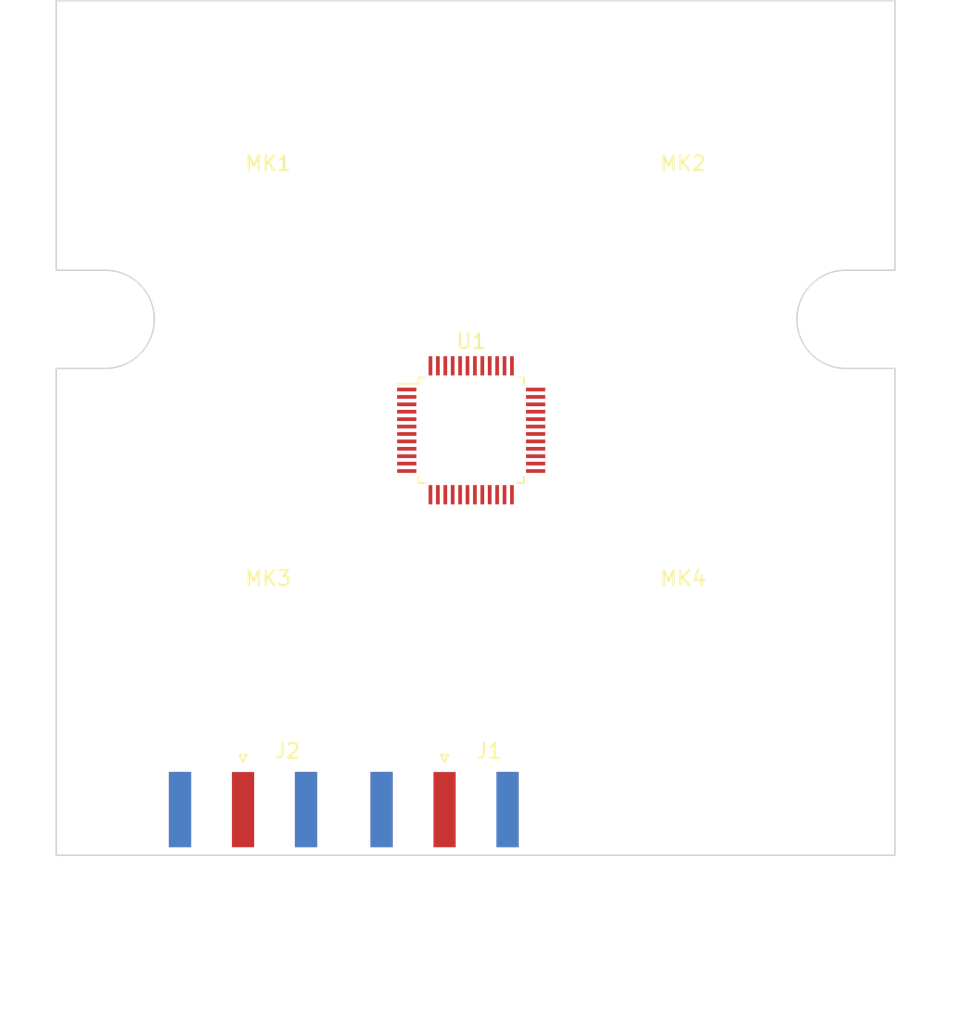
<source format=kicad_pcb>
(kicad_pcb (version 20171130) (host pcbnew "(5.0.1)-3")

  (general
    (thickness 1.6)
    (drawings 15)
    (tracks 0)
    (zones 0)
    (modules 7)
    (nets 56)
  )

  (page A)
  (title_block
    (title "Enter Title On Page Setting Dialog")
    (rev 1)
    (company "Ashton Johnson")
  )

  (layers
    (0 F.Cu signal)
    (31 B.Cu signal)
    (33 F.Adhes user)
    (35 F.Paste user)
    (37 F.SilkS user)
    (39 F.Mask user)
    (40 Dwgs.User user)
    (41 Cmts.User user)
    (42 Eco1.User user)
    (43 Eco2.User user)
    (44 Edge.Cuts user)
    (45 Margin user)
    (47 F.CrtYd user)
    (49 F.Fab user)
  )

  (setup
    (last_trace_width 0.381)
    (user_trace_width 0.1524)
    (user_trace_width 0.2032)
    (user_trace_width 0.254)
    (user_trace_width 0.381)
    (user_trace_width 0.508)
    (user_trace_width 0.635)
    (user_trace_width 0.889)
    (user_trace_width 1.27)
    (user_trace_width 2.974416)
    (trace_clearance 0.254)
    (zone_clearance 0.508)
    (zone_45_only yes)
    (trace_min 0.1524)
    (segment_width 0.2)
    (edge_width 0.1)
    (via_size 0.6858)
    (via_drill 0.3302)
    (via_min_size 0.6858)
    (via_min_drill 0.3302)
    (user_via 0.6858 0.3302)
    (uvia_size 254)
    (uvia_drill 127)
    (uvias_allowed no)
    (uvia_min_size 0)
    (uvia_min_drill 0)
    (pcb_text_width 0.3)
    (pcb_text_size 1.5 1.5)
    (mod_edge_width 0.15)
    (mod_text_size 1 1)
    (mod_text_width 0.15)
    (pad_size 3.2 3.2)
    (pad_drill 3.2)
    (pad_to_mask_clearance 0.0762)
    (solder_mask_min_width 0.25)
    (aux_axis_origin 130 100)
    (grid_origin 130 100)
    (visible_elements 7FFFFFFF)
    (pcbplotparams
      (layerselection 0x010a8_80000001)
      (usegerberextensions true)
      (usegerberattributes true)
      (usegerberadvancedattributes false)
      (creategerberjobfile false)
      (excludeedgelayer true)
      (linewidth 0.100000)
      (plotframeref false)
      (viasonmask false)
      (mode 1)
      (useauxorigin false)
      (hpglpennumber 1)
      (hpglpenspeed 20)
      (hpglpendiameter 15.000000)
      (psnegative false)
      (psa4output false)
      (plotreference true)
      (plotvalue true)
      (plotinvisibletext false)
      (padsonsilk false)
      (subtractmaskfromsilk true)
      (outputformat 1)
      (mirror false)
      (drillshape 0)
      (scaleselection 1)
      (outputdirectory ""))
  )

  (net 0 "")
  (net 1 "Net-(MK1-Pad1)")
  (net 2 "Net-(MK2-Pad1)")
  (net 3 "Net-(MK3-Pad1)")
  (net 4 "Net-(MK4-Pad1)")
  (net 5 "Net-(U1-Pad1)")
  (net 6 "Net-(U1-Pad2)")
  (net 7 "Net-(U1-Pad3)")
  (net 8 "Net-(U1-Pad4)")
  (net 9 "Net-(U1-Pad5)")
  (net 10 "Net-(U1-Pad6)")
  (net 11 "Net-(U1-Pad7)")
  (net 12 "Net-(U1-Pad8)")
  (net 13 "Net-(U1-Pad9)")
  (net 14 "Net-(U1-Pad10)")
  (net 15 "Net-(U1-Pad11)")
  (net 16 "Net-(U1-Pad12)")
  (net 17 "Net-(U1-Pad13)")
  (net 18 "Net-(U1-Pad14)")
  (net 19 "Net-(U1-Pad15)")
  (net 20 "Net-(U1-Pad16)")
  (net 21 "Net-(U1-Pad17)")
  (net 22 "Net-(U1-Pad18)")
  (net 23 "Net-(U1-Pad19)")
  (net 24 "Net-(U1-Pad20)")
  (net 25 "Net-(U1-Pad21)")
  (net 26 "Net-(U1-Pad22)")
  (net 27 "Net-(U1-Pad23)")
  (net 28 "Net-(U1-Pad24)")
  (net 29 "Net-(U1-Pad25)")
  (net 30 "Net-(U1-Pad26)")
  (net 31 "Net-(U1-Pad27)")
  (net 32 "Net-(U1-Pad28)")
  (net 33 "Net-(U1-Pad29)")
  (net 34 "Net-(U1-Pad30)")
  (net 35 "Net-(U1-Pad31)")
  (net 36 "Net-(U1-Pad32)")
  (net 37 "Net-(U1-Pad33)")
  (net 38 "Net-(U1-Pad34)")
  (net 39 "Net-(U1-Pad35)")
  (net 40 "Net-(U1-Pad36)")
  (net 41 "Net-(U1-Pad37)")
  (net 42 "Net-(U1-Pad38)")
  (net 43 "Net-(U1-Pad39)")
  (net 44 "Net-(U1-Pad40)")
  (net 45 "Net-(U1-Pad41)")
  (net 46 "Net-(U1-Pad42)")
  (net 47 "Net-(U1-Pad43)")
  (net 48 "Net-(U1-Pad44)")
  (net 49 "Net-(U1-Pad45)")
  (net 50 "Net-(U1-Pad46)")
  (net 51 "Net-(U1-Pad47)")
  (net 52 "Net-(U1-Pad48)")
  (net 53 GND)
  (net 54 "Net-(J1-Pad1)")
  (net 55 "Net-(J2-Pad1)")

  (net_class Default "This is the default net class."
    (clearance 0.254)
    (trace_width 0.381)
    (via_dia 0.6858)
    (via_drill 0.3302)
    (uvia_dia 254)
    (uvia_drill 127)
    (add_net GND)
    (add_net "Net-(J1-Pad1)")
    (add_net "Net-(J2-Pad1)")
    (add_net "Net-(MK1-Pad1)")
    (add_net "Net-(MK2-Pad1)")
    (add_net "Net-(MK3-Pad1)")
    (add_net "Net-(MK4-Pad1)")
    (add_net "Net-(U1-Pad1)")
    (add_net "Net-(U1-Pad10)")
    (add_net "Net-(U1-Pad11)")
    (add_net "Net-(U1-Pad12)")
    (add_net "Net-(U1-Pad13)")
    (add_net "Net-(U1-Pad14)")
    (add_net "Net-(U1-Pad15)")
    (add_net "Net-(U1-Pad16)")
    (add_net "Net-(U1-Pad17)")
    (add_net "Net-(U1-Pad18)")
    (add_net "Net-(U1-Pad19)")
    (add_net "Net-(U1-Pad2)")
    (add_net "Net-(U1-Pad20)")
    (add_net "Net-(U1-Pad21)")
    (add_net "Net-(U1-Pad22)")
    (add_net "Net-(U1-Pad23)")
    (add_net "Net-(U1-Pad24)")
    (add_net "Net-(U1-Pad25)")
    (add_net "Net-(U1-Pad26)")
    (add_net "Net-(U1-Pad27)")
    (add_net "Net-(U1-Pad28)")
    (add_net "Net-(U1-Pad29)")
    (add_net "Net-(U1-Pad3)")
    (add_net "Net-(U1-Pad30)")
    (add_net "Net-(U1-Pad31)")
    (add_net "Net-(U1-Pad32)")
    (add_net "Net-(U1-Pad33)")
    (add_net "Net-(U1-Pad34)")
    (add_net "Net-(U1-Pad35)")
    (add_net "Net-(U1-Pad36)")
    (add_net "Net-(U1-Pad37)")
    (add_net "Net-(U1-Pad38)")
    (add_net "Net-(U1-Pad39)")
    (add_net "Net-(U1-Pad4)")
    (add_net "Net-(U1-Pad40)")
    (add_net "Net-(U1-Pad41)")
    (add_net "Net-(U1-Pad42)")
    (add_net "Net-(U1-Pad43)")
    (add_net "Net-(U1-Pad44)")
    (add_net "Net-(U1-Pad45)")
    (add_net "Net-(U1-Pad46)")
    (add_net "Net-(U1-Pad47)")
    (add_net "Net-(U1-Pad48)")
    (add_net "Net-(U1-Pad5)")
    (add_net "Net-(U1-Pad6)")
    (add_net "Net-(U1-Pad7)")
    (add_net "Net-(U1-Pad8)")
    (add_net "Net-(U1-Pad9)")
  )

  (module Connector_Coaxial:SMA_Amphenol_132289_EdgeMount (layer F.Cu) (tedit 5A1C1810) (tstamp 5BE5107B)
    (at 86 136.4 270)
    (descr http://www.amphenolrf.com/132289.html)
    (tags SMA)
    (path /5BD88E43)
    (attr smd)
    (fp_text reference J2 (at -3.96 -3) (layer F.SilkS)
      (effects (font (size 1 1) (thickness 0.15)))
    )
    (fp_text value Conn_Coaxial (at 5 6 270) (layer F.Fab)
      (effects (font (size 1 1) (thickness 0.15)))
    )
    (fp_line (start -1.91 5.08) (end 4.445 5.08) (layer F.Fab) (width 0.1))
    (fp_line (start -1.91 3.81) (end -1.91 5.08) (layer F.Fab) (width 0.1))
    (fp_line (start 2.54 3.81) (end -1.91 3.81) (layer F.Fab) (width 0.1))
    (fp_line (start 2.54 -3.81) (end 2.54 3.81) (layer F.Fab) (width 0.1))
    (fp_line (start -1.91 -3.81) (end 2.54 -3.81) (layer F.Fab) (width 0.1))
    (fp_line (start -1.91 -5.08) (end -1.91 -3.81) (layer F.Fab) (width 0.1))
    (fp_line (start -1.91 -5.08) (end 4.445 -5.08) (layer F.Fab) (width 0.1))
    (fp_line (start 4.445 -3.81) (end 4.445 -5.08) (layer F.Fab) (width 0.1))
    (fp_line (start 4.445 5.08) (end 4.445 3.81) (layer F.Fab) (width 0.1))
    (fp_line (start 13.97 3.81) (end 4.445 3.81) (layer F.Fab) (width 0.1))
    (fp_line (start 13.97 -3.81) (end 13.97 3.81) (layer F.Fab) (width 0.1))
    (fp_line (start 4.445 -3.81) (end 13.97 -3.81) (layer F.Fab) (width 0.1))
    (fp_line (start -3.04 5.58) (end -3.04 -5.58) (layer B.CrtYd) (width 0.05))
    (fp_line (start 14.47 5.58) (end -3.04 5.58) (layer B.CrtYd) (width 0.05))
    (fp_line (start 14.47 -5.58) (end 14.47 5.58) (layer B.CrtYd) (width 0.05))
    (fp_line (start 14.47 -5.58) (end -3.04 -5.58) (layer B.CrtYd) (width 0.05))
    (fp_line (start -3.04 5.58) (end -3.04 -5.58) (layer F.CrtYd) (width 0.05))
    (fp_line (start 14.47 5.58) (end -3.04 5.58) (layer F.CrtYd) (width 0.05))
    (fp_line (start 14.47 -5.58) (end 14.47 5.58) (layer F.CrtYd) (width 0.05))
    (fp_line (start 14.47 -5.58) (end -3.04 -5.58) (layer F.CrtYd) (width 0.05))
    (fp_text user %R (at 4.79 0 180) (layer F.Fab)
      (effects (font (size 1 1) (thickness 0.15)))
    )
    (fp_line (start 2.54 -0.75) (end 3.54 0) (layer F.Fab) (width 0.1))
    (fp_line (start 3.54 0) (end 2.54 0.75) (layer F.Fab) (width 0.1))
    (fp_line (start -3.21 0) (end -3.71 -0.25) (layer F.SilkS) (width 0.12))
    (fp_line (start -3.71 -0.25) (end -3.71 0.25) (layer F.SilkS) (width 0.12))
    (fp_line (start -3.71 0.25) (end -3.21 0) (layer F.SilkS) (width 0.12))
    (pad 1 smd rect (at 0 0) (size 1.5 5.08) (layers F.Cu F.Paste F.Mask)
      (net 55 "Net-(J2-Pad1)"))
    (pad 2 smd rect (at 0 -4.25) (size 1.5 5.08) (layers F.Cu F.Paste F.Mask)
      (net 53 GND))
    (pad 2 smd rect (at 0 4.25) (size 1.5 5.08) (layers F.Cu F.Paste F.Mask)
      (net 53 GND))
    (pad 2 smd rect (at 0 -4.25) (size 1.5 5.08) (layers B.Cu B.Paste B.Mask)
      (net 53 GND))
    (pad 2 smd rect (at 0 4.25) (size 1.5 5.08) (layers B.Cu B.Paste B.Mask)
      (net 53 GND))
    (model ${KISYS3DMOD}/Connector_Coaxial.3dshapes/SMA_Amphenol_132289_EdgeMount.wrl
      (at (xyz 0 0 0))
      (scale (xyz 1 1 1))
      (rotate (xyz 0 0 0))
    )
  )

  (module Connector_Coaxial:SMA_Amphenol_132289_EdgeMount (layer F.Cu) (tedit 5A1C1810) (tstamp 5BE51058)
    (at 99.6 136.4 270)
    (descr http://www.amphenolrf.com/132289.html)
    (tags SMA)
    (path /5BD88CC9)
    (attr smd)
    (fp_text reference J1 (at -3.96 -3) (layer F.SilkS)
      (effects (font (size 1 1) (thickness 0.15)))
    )
    (fp_text value Conn_Coaxial (at 5 6 270) (layer F.Fab)
      (effects (font (size 1 1) (thickness 0.15)))
    )
    (fp_line (start -3.71 0.25) (end -3.21 0) (layer F.SilkS) (width 0.12))
    (fp_line (start -3.71 -0.25) (end -3.71 0.25) (layer F.SilkS) (width 0.12))
    (fp_line (start -3.21 0) (end -3.71 -0.25) (layer F.SilkS) (width 0.12))
    (fp_line (start 3.54 0) (end 2.54 0.75) (layer F.Fab) (width 0.1))
    (fp_line (start 2.54 -0.75) (end 3.54 0) (layer F.Fab) (width 0.1))
    (fp_text user %R (at 4.79 0 180) (layer F.Fab)
      (effects (font (size 1 1) (thickness 0.15)))
    )
    (fp_line (start 14.47 -5.58) (end -3.04 -5.58) (layer F.CrtYd) (width 0.05))
    (fp_line (start 14.47 -5.58) (end 14.47 5.58) (layer F.CrtYd) (width 0.05))
    (fp_line (start 14.47 5.58) (end -3.04 5.58) (layer F.CrtYd) (width 0.05))
    (fp_line (start -3.04 5.58) (end -3.04 -5.58) (layer F.CrtYd) (width 0.05))
    (fp_line (start 14.47 -5.58) (end -3.04 -5.58) (layer B.CrtYd) (width 0.05))
    (fp_line (start 14.47 -5.58) (end 14.47 5.58) (layer B.CrtYd) (width 0.05))
    (fp_line (start 14.47 5.58) (end -3.04 5.58) (layer B.CrtYd) (width 0.05))
    (fp_line (start -3.04 5.58) (end -3.04 -5.58) (layer B.CrtYd) (width 0.05))
    (fp_line (start 4.445 -3.81) (end 13.97 -3.81) (layer F.Fab) (width 0.1))
    (fp_line (start 13.97 -3.81) (end 13.97 3.81) (layer F.Fab) (width 0.1))
    (fp_line (start 13.97 3.81) (end 4.445 3.81) (layer F.Fab) (width 0.1))
    (fp_line (start 4.445 5.08) (end 4.445 3.81) (layer F.Fab) (width 0.1))
    (fp_line (start 4.445 -3.81) (end 4.445 -5.08) (layer F.Fab) (width 0.1))
    (fp_line (start -1.91 -5.08) (end 4.445 -5.08) (layer F.Fab) (width 0.1))
    (fp_line (start -1.91 -5.08) (end -1.91 -3.81) (layer F.Fab) (width 0.1))
    (fp_line (start -1.91 -3.81) (end 2.54 -3.81) (layer F.Fab) (width 0.1))
    (fp_line (start 2.54 -3.81) (end 2.54 3.81) (layer F.Fab) (width 0.1))
    (fp_line (start 2.54 3.81) (end -1.91 3.81) (layer F.Fab) (width 0.1))
    (fp_line (start -1.91 3.81) (end -1.91 5.08) (layer F.Fab) (width 0.1))
    (fp_line (start -1.91 5.08) (end 4.445 5.08) (layer F.Fab) (width 0.1))
    (pad 2 smd rect (at 0 4.25) (size 1.5 5.08) (layers B.Cu B.Paste B.Mask)
      (net 53 GND))
    (pad 2 smd rect (at 0 -4.25) (size 1.5 5.08) (layers B.Cu B.Paste B.Mask)
      (net 53 GND))
    (pad 2 smd rect (at 0 4.25) (size 1.5 5.08) (layers F.Cu F.Paste F.Mask)
      (net 53 GND))
    (pad 2 smd rect (at 0 -4.25) (size 1.5 5.08) (layers F.Cu F.Paste F.Mask)
      (net 53 GND))
    (pad 1 smd rect (at 0 0) (size 1.5 5.08) (layers F.Cu F.Paste F.Mask)
      (net 54 "Net-(J1-Pad1)"))
    (model ${KISYS3DMOD}/Connector_Coaxial.3dshapes/SMA_Amphenol_132289_EdgeMount.wrl
      (at (xyz 0 0 0))
      (scale (xyz 1 1 1))
      (rotate (xyz 0 0 0))
    )
  )

  (module Package_QFP:LQFP-48_7x7mm_P0.5mm (layer F.Cu) (tedit 5A5E2375) (tstamp 5BD88F5E)
    (at 101.4 110.8)
    (descr "48 LEAD LQFP 7x7mm (see MICREL LQFP7x7-48LD-PL-1.pdf)")
    (tags "QFP 0.5")
    (path /5BD88B52/5BD88BC4)
    (attr smd)
    (fp_text reference U1 (at 0 -6) (layer F.SilkS)
      (effects (font (size 1 1) (thickness 0.15)))
    )
    (fp_text value STM32F373C8Tx (at 0 6) (layer F.Fab)
      (effects (font (size 1 1) (thickness 0.15)))
    )
    (fp_line (start 3.13 3.75) (end 3.75 3.75) (layer F.CrtYd) (width 0.05))
    (fp_line (start 3.75 3.13) (end 3.75 3.75) (layer F.CrtYd) (width 0.05))
    (fp_line (start 3.13 5.25) (end 3.13 3.75) (layer F.CrtYd) (width 0.05))
    (fp_text user %R (at 0 0) (layer F.Fab)
      (effects (font (size 1 1) (thickness 0.15)))
    )
    (fp_line (start -2.5 -3.5) (end 3.5 -3.5) (layer F.Fab) (width 0.1))
    (fp_line (start 3.5 -3.5) (end 3.5 3.5) (layer F.Fab) (width 0.1))
    (fp_line (start 3.5 3.5) (end -3.5 3.5) (layer F.Fab) (width 0.1))
    (fp_line (start -3.5 3.5) (end -3.5 -2.5) (layer F.Fab) (width 0.1))
    (fp_line (start -3.5 -2.5) (end -2.5 -3.5) (layer F.Fab) (width 0.1))
    (fp_line (start -5.25 -3.13) (end -5.25 3.13) (layer F.CrtYd) (width 0.05))
    (fp_line (start 5.25 -3.13) (end 5.25 3.13) (layer F.CrtYd) (width 0.05))
    (fp_line (start -3.13 -5.25) (end 3.13 -5.25) (layer F.CrtYd) (width 0.05))
    (fp_line (start -3.13 5.25) (end 3.13 5.25) (layer F.CrtYd) (width 0.05))
    (fp_line (start 3.56 -3.56) (end 3.56 -3.14) (layer F.SilkS) (width 0.12))
    (fp_line (start 3.56 3.56) (end 3.56 3.14) (layer F.SilkS) (width 0.12))
    (fp_line (start -3.56 3.56) (end -3.56 3.14) (layer F.SilkS) (width 0.12))
    (fp_line (start -3.56 -3.56) (end -3.14 -3.56) (layer F.SilkS) (width 0.12))
    (fp_line (start 3.56 3.56) (end 3.14 3.56) (layer F.SilkS) (width 0.12))
    (fp_line (start 3.56 -3.56) (end 3.14 -3.56) (layer F.SilkS) (width 0.12))
    (fp_line (start -3.56 -3.14) (end -4.94 -3.14) (layer F.SilkS) (width 0.12))
    (fp_line (start -3.56 -3.56) (end -3.56 -3.14) (layer F.SilkS) (width 0.12))
    (fp_line (start -3.56 3.56) (end -3.14 3.56) (layer F.SilkS) (width 0.12))
    (fp_line (start 3.75 3.13) (end 5.25 3.13) (layer F.CrtYd) (width 0.05))
    (fp_line (start 3.75 -3.13) (end 5.25 -3.13) (layer F.CrtYd) (width 0.05))
    (fp_line (start 3.13 -3.75) (end 3.13 -5.25) (layer F.CrtYd) (width 0.05))
    (fp_line (start -3.13 -3.75) (end -3.13 -5.25) (layer F.CrtYd) (width 0.05))
    (fp_line (start -3.75 -3.13) (end -5.25 -3.13) (layer F.CrtYd) (width 0.05))
    (fp_line (start -3.75 3.13) (end -5.25 3.13) (layer F.CrtYd) (width 0.05))
    (fp_line (start -3.13 3.75) (end -3.13 5.25) (layer F.CrtYd) (width 0.05))
    (fp_line (start 3.13 -3.75) (end 3.75 -3.75) (layer F.CrtYd) (width 0.05))
    (fp_line (start 3.75 -3.13) (end 3.75 -3.75) (layer F.CrtYd) (width 0.05))
    (fp_line (start -3.75 3.13) (end -3.75 3.75) (layer F.CrtYd) (width 0.05))
    (fp_line (start -3.13 3.75) (end -3.75 3.75) (layer F.CrtYd) (width 0.05))
    (fp_line (start -3.75 -3.13) (end -3.75 -3.75) (layer F.CrtYd) (width 0.05))
    (fp_line (start -3.13 -3.75) (end -3.75 -3.75) (layer F.CrtYd) (width 0.05))
    (pad 1 smd rect (at -4.35 -2.75) (size 1.3 0.25) (layers F.Cu F.Paste F.Mask)
      (net 5 "Net-(U1-Pad1)"))
    (pad 2 smd rect (at -4.35 -2.25) (size 1.3 0.25) (layers F.Cu F.Paste F.Mask)
      (net 6 "Net-(U1-Pad2)"))
    (pad 3 smd rect (at -4.35 -1.75) (size 1.3 0.25) (layers F.Cu F.Paste F.Mask)
      (net 7 "Net-(U1-Pad3)"))
    (pad 4 smd rect (at -4.35 -1.25) (size 1.3 0.25) (layers F.Cu F.Paste F.Mask)
      (net 8 "Net-(U1-Pad4)"))
    (pad 5 smd rect (at -4.35 -0.75) (size 1.3 0.25) (layers F.Cu F.Paste F.Mask)
      (net 9 "Net-(U1-Pad5)"))
    (pad 6 smd rect (at -4.35 -0.25) (size 1.3 0.25) (layers F.Cu F.Paste F.Mask)
      (net 10 "Net-(U1-Pad6)"))
    (pad 7 smd rect (at -4.35 0.25) (size 1.3 0.25) (layers F.Cu F.Paste F.Mask)
      (net 11 "Net-(U1-Pad7)"))
    (pad 8 smd rect (at -4.35 0.75) (size 1.3 0.25) (layers F.Cu F.Paste F.Mask)
      (net 12 "Net-(U1-Pad8)"))
    (pad 9 smd rect (at -4.35 1.25) (size 1.3 0.25) (layers F.Cu F.Paste F.Mask)
      (net 13 "Net-(U1-Pad9)"))
    (pad 10 smd rect (at -4.35 1.75) (size 1.3 0.25) (layers F.Cu F.Paste F.Mask)
      (net 14 "Net-(U1-Pad10)"))
    (pad 11 smd rect (at -4.35 2.25) (size 1.3 0.25) (layers F.Cu F.Paste F.Mask)
      (net 15 "Net-(U1-Pad11)"))
    (pad 12 smd rect (at -4.35 2.75) (size 1.3 0.25) (layers F.Cu F.Paste F.Mask)
      (net 16 "Net-(U1-Pad12)"))
    (pad 13 smd rect (at -2.75 4.35 90) (size 1.3 0.25) (layers F.Cu F.Paste F.Mask)
      (net 17 "Net-(U1-Pad13)"))
    (pad 14 smd rect (at -2.25 4.35 90) (size 1.3 0.25) (layers F.Cu F.Paste F.Mask)
      (net 18 "Net-(U1-Pad14)"))
    (pad 15 smd rect (at -1.75 4.35 90) (size 1.3 0.25) (layers F.Cu F.Paste F.Mask)
      (net 19 "Net-(U1-Pad15)"))
    (pad 16 smd rect (at -1.25 4.35 90) (size 1.3 0.25) (layers F.Cu F.Paste F.Mask)
      (net 20 "Net-(U1-Pad16)"))
    (pad 17 smd rect (at -0.75 4.35 90) (size 1.3 0.25) (layers F.Cu F.Paste F.Mask)
      (net 21 "Net-(U1-Pad17)"))
    (pad 18 smd rect (at -0.25 4.35 90) (size 1.3 0.25) (layers F.Cu F.Paste F.Mask)
      (net 22 "Net-(U1-Pad18)"))
    (pad 19 smd rect (at 0.25 4.35 90) (size 1.3 0.25) (layers F.Cu F.Paste F.Mask)
      (net 23 "Net-(U1-Pad19)"))
    (pad 20 smd rect (at 0.75 4.35 90) (size 1.3 0.25) (layers F.Cu F.Paste F.Mask)
      (net 24 "Net-(U1-Pad20)"))
    (pad 21 smd rect (at 1.25 4.35 90) (size 1.3 0.25) (layers F.Cu F.Paste F.Mask)
      (net 25 "Net-(U1-Pad21)"))
    (pad 22 smd rect (at 1.75 4.35 90) (size 1.3 0.25) (layers F.Cu F.Paste F.Mask)
      (net 26 "Net-(U1-Pad22)"))
    (pad 23 smd rect (at 2.25 4.35 90) (size 1.3 0.25) (layers F.Cu F.Paste F.Mask)
      (net 27 "Net-(U1-Pad23)"))
    (pad 24 smd rect (at 2.75 4.35 90) (size 1.3 0.25) (layers F.Cu F.Paste F.Mask)
      (net 28 "Net-(U1-Pad24)"))
    (pad 25 smd rect (at 4.35 2.75) (size 1.3 0.25) (layers F.Cu F.Paste F.Mask)
      (net 29 "Net-(U1-Pad25)"))
    (pad 26 smd rect (at 4.35 2.25) (size 1.3 0.25) (layers F.Cu F.Paste F.Mask)
      (net 30 "Net-(U1-Pad26)"))
    (pad 27 smd rect (at 4.35 1.75) (size 1.3 0.25) (layers F.Cu F.Paste F.Mask)
      (net 31 "Net-(U1-Pad27)"))
    (pad 28 smd rect (at 4.35 1.25) (size 1.3 0.25) (layers F.Cu F.Paste F.Mask)
      (net 32 "Net-(U1-Pad28)"))
    (pad 29 smd rect (at 4.35 0.75) (size 1.3 0.25) (layers F.Cu F.Paste F.Mask)
      (net 33 "Net-(U1-Pad29)"))
    (pad 30 smd rect (at 4.35 0.25) (size 1.3 0.25) (layers F.Cu F.Paste F.Mask)
      (net 34 "Net-(U1-Pad30)"))
    (pad 31 smd rect (at 4.35 -0.25) (size 1.3 0.25) (layers F.Cu F.Paste F.Mask)
      (net 35 "Net-(U1-Pad31)"))
    (pad 32 smd rect (at 4.35 -0.75) (size 1.3 0.25) (layers F.Cu F.Paste F.Mask)
      (net 36 "Net-(U1-Pad32)"))
    (pad 33 smd rect (at 4.35 -1.25) (size 1.3 0.25) (layers F.Cu F.Paste F.Mask)
      (net 37 "Net-(U1-Pad33)"))
    (pad 34 smd rect (at 4.35 -1.75) (size 1.3 0.25) (layers F.Cu F.Paste F.Mask)
      (net 38 "Net-(U1-Pad34)"))
    (pad 35 smd rect (at 4.35 -2.25) (size 1.3 0.25) (layers F.Cu F.Paste F.Mask)
      (net 39 "Net-(U1-Pad35)"))
    (pad 36 smd rect (at 4.35 -2.75) (size 1.3 0.25) (layers F.Cu F.Paste F.Mask)
      (net 40 "Net-(U1-Pad36)"))
    (pad 37 smd rect (at 2.75 -4.35 90) (size 1.3 0.25) (layers F.Cu F.Paste F.Mask)
      (net 41 "Net-(U1-Pad37)"))
    (pad 38 smd rect (at 2.25 -4.35 90) (size 1.3 0.25) (layers F.Cu F.Paste F.Mask)
      (net 42 "Net-(U1-Pad38)"))
    (pad 39 smd rect (at 1.75 -4.35 90) (size 1.3 0.25) (layers F.Cu F.Paste F.Mask)
      (net 43 "Net-(U1-Pad39)"))
    (pad 40 smd rect (at 1.25 -4.35 90) (size 1.3 0.25) (layers F.Cu F.Paste F.Mask)
      (net 44 "Net-(U1-Pad40)"))
    (pad 41 smd rect (at 0.75 -4.35 90) (size 1.3 0.25) (layers F.Cu F.Paste F.Mask)
      (net 45 "Net-(U1-Pad41)"))
    (pad 42 smd rect (at 0.25 -4.35 90) (size 1.3 0.25) (layers F.Cu F.Paste F.Mask)
      (net 46 "Net-(U1-Pad42)"))
    (pad 43 smd rect (at -0.25 -4.35 90) (size 1.3 0.25) (layers F.Cu F.Paste F.Mask)
      (net 47 "Net-(U1-Pad43)"))
    (pad 44 smd rect (at -0.75 -4.35 90) (size 1.3 0.25) (layers F.Cu F.Paste F.Mask)
      (net 48 "Net-(U1-Pad44)"))
    (pad 45 smd rect (at -1.25 -4.35 90) (size 1.3 0.25) (layers F.Cu F.Paste F.Mask)
      (net 49 "Net-(U1-Pad45)"))
    (pad 46 smd rect (at -1.75 -4.35 90) (size 1.3 0.25) (layers F.Cu F.Paste F.Mask)
      (net 50 "Net-(U1-Pad46)"))
    (pad 47 smd rect (at -2.25 -4.35 90) (size 1.3 0.25) (layers F.Cu F.Paste F.Mask)
      (net 51 "Net-(U1-Pad47)"))
    (pad 48 smd rect (at -2.75 -4.35 90) (size 1.3 0.25) (layers F.Cu F.Paste F.Mask)
      (net 52 "Net-(U1-Pad48)"))
    (model ${KISYS3DMOD}/Package_QFP.3dshapes/LQFP-48_7x7mm_P0.5mm.wrl
      (at (xyz 0 0 0))
      (scale (xyz 1 1 1))
      (rotate (xyz 0 0 0))
    )
  )

  (module Mounting_Holes:MountingHole_3.2mm_M3_ISO7380 locked (layer F.Cu) (tedit 56D1B4CB) (tstamp 5A6CF857)
    (at 115.695 124.647)
    (descr "Mounting Hole 3.2mm, no annular, M3, ISO7380")
    (tags "mounting hole 3.2mm no annular m3 iso7380")
    (path /5867236D)
    (attr virtual)
    (fp_text reference MK4 (at 0 -3.85) (layer F.SilkS)
      (effects (font (size 1 1) (thickness 0.15)))
    )
    (fp_text value Mounting_Hole (at 0 3.85) (layer F.Fab)
      (effects (font (size 1 1) (thickness 0.15)))
    )
    (fp_text user %R (at 0.3 0) (layer F.Fab)
      (effects (font (size 1 1) (thickness 0.15)))
    )
    (fp_circle (center 0 0) (end 2.85 0) (layer Cmts.User) (width 0.15))
    (fp_circle (center 0 0) (end 3.1 0) (layer F.CrtYd) (width 0.05))
    (pad 1 np_thru_hole circle (at 0 0) (size 3.2 3.2) (drill 3.2) (layers *.Cu *.Mask)
      (net 4 "Net-(MK4-Pad1)"))
  )

  (module Mounting_Holes:MountingHole_3.2mm_M3_ISO7380 locked (layer F.Cu) (tedit 56D1B4CB) (tstamp 5A6CF850)
    (at 87.695 124.647)
    (descr "Mounting Hole 3.2mm, no annular, M3, ISO7380")
    (tags "mounting hole 3.2mm no annular m3 iso7380")
    (path /58672295)
    (attr virtual)
    (fp_text reference MK3 (at 0 -3.85) (layer F.SilkS)
      (effects (font (size 1 1) (thickness 0.15)))
    )
    (fp_text value Mounting_Hole (at 0 3.85) (layer F.Fab)
      (effects (font (size 1 1) (thickness 0.15)))
    )
    (fp_circle (center 0 0) (end 3.1 0) (layer F.CrtYd) (width 0.05))
    (fp_circle (center 0 0) (end 2.85 0) (layer Cmts.User) (width 0.15))
    (fp_text user %R (at 0.3 0) (layer F.Fab)
      (effects (font (size 1 1) (thickness 0.15)))
    )
    (pad 1 np_thru_hole circle (at 0 0) (size 3.2 3.2) (drill 3.2) (layers *.Cu *.Mask)
      (net 3 "Net-(MK3-Pad1)"))
  )

  (module Mounting_Holes:MountingHole_3.2mm_M3_ISO7380 locked (layer F.Cu) (tedit 56D1B4CB) (tstamp 5A6CF849)
    (at 115.695 96.647)
    (descr "Mounting Hole 3.2mm, no annular, M3, ISO7380")
    (tags "mounting hole 3.2mm no annular m3 iso7380")
    (path /586722B5)
    (attr virtual)
    (fp_text reference MK2 (at 0 -3.85) (layer F.SilkS)
      (effects (font (size 1 1) (thickness 0.15)))
    )
    (fp_text value Mounting_Hole (at 0 3.85) (layer F.Fab)
      (effects (font (size 1 1) (thickness 0.15)))
    )
    (fp_text user %R (at 0.3 0) (layer F.Fab)
      (effects (font (size 1 1) (thickness 0.15)))
    )
    (fp_circle (center 0 0) (end 2.85 0) (layer Cmts.User) (width 0.15))
    (fp_circle (center 0 0) (end 3.1 0) (layer F.CrtYd) (width 0.05))
    (pad 1 np_thru_hole circle (at 0 0) (size 3.2 3.2) (drill 3.2) (layers *.Cu *.Mask)
      (net 2 "Net-(MK2-Pad1)"))
  )

  (module Mounting_Holes:MountingHole_3.2mm_M3_ISO7380 locked (layer F.Cu) (tedit 56D1B4CB) (tstamp 5A6CF842)
    (at 87.695 96.647)
    (descr "Mounting Hole 3.2mm, no annular, M3, ISO7380")
    (tags "mounting hole 3.2mm no annular m3 iso7380")
    (path /5867217E)
    (attr virtual)
    (fp_text reference MK1 (at 0 -3.85) (layer F.SilkS)
      (effects (font (size 1 1) (thickness 0.15)))
    )
    (fp_text value Mounting_Hole (at 0 3.85) (layer F.Fab)
      (effects (font (size 1 1) (thickness 0.15)))
    )
    (fp_circle (center 0 0) (end 3.1 0) (layer F.CrtYd) (width 0.05))
    (fp_circle (center 0 0) (end 2.85 0) (layer Cmts.User) (width 0.15))
    (fp_text user %R (at 0.3 0) (layer F.Fab)
      (effects (font (size 1 1) (thickness 0.15)))
    )
    (pad 1 np_thru_hole circle (at 0 0) (size 3.2 3.2) (drill 3.2) (layers *.Cu *.Mask)
      (net 1 "Net-(MK1-Pad1)"))
  )

  (gr_text "NO CONNECTORS " (at 71 108 90) (layer Dwgs.User) (tstamp 581163A4)
    (effects (font (size 1.5 1.5) (thickness 0.3)))
  )
  (gr_text "NO CONNECTORS " (at 133 108 90) (layer Dwgs.User)
    (effects (font (size 1.5 1.5) (thickness 0.3)))
  )
  (gr_text "RIGHT ANGLE CONNECTORS ON \nFRONT AND BACK ONLY" (at 102 143) (layer Dwgs.User)
    (effects (font (size 1.5 1.5) (thickness 0.3)))
  )
  (gr_arc (start 126.695 103.315) (end 126.695 106.63) (angle 180) (layer Edge.Cuts) (width 0.1))
  (gr_arc (start 76.695 103.315) (end 76.695 100) (angle 180) (layer Edge.Cuts) (width 0.1))
  (gr_line (start 73.39 81.817) (end 73.39 100) (layer Edge.Cuts) (width 0.1))
  (gr_line (start 130 81.817) (end 73.39 81.817) (layer Edge.Cuts) (width 0.1))
  (gr_line (start 73.39 139.477) (end 130 139.477) (layer Edge.Cuts) (width 0.1))
  (gr_line (start 73.39 106.63) (end 73.39 139.477) (layer Edge.Cuts) (width 0.1))
  (gr_line (start 126.695 100) (end 130 100) (layer Edge.Cuts) (width 0.1))
  (gr_line (start 130 139.477) (end 130 106.63) (layer Edge.Cuts) (width 0.1))
  (gr_line (start 76.695 106.63) (end 73.39 106.63) (layer Edge.Cuts) (width 0.1))
  (gr_line (start 130 106.63) (end 126.695 106.63) (layer Edge.Cuts) (width 0.1))
  (gr_line (start 73.39 100) (end 76.695 100) (layer Edge.Cuts) (width 0.1))
  (gr_line (start 130 100) (end 130 81.817) (layer Edge.Cuts) (width 0.1))

)

</source>
